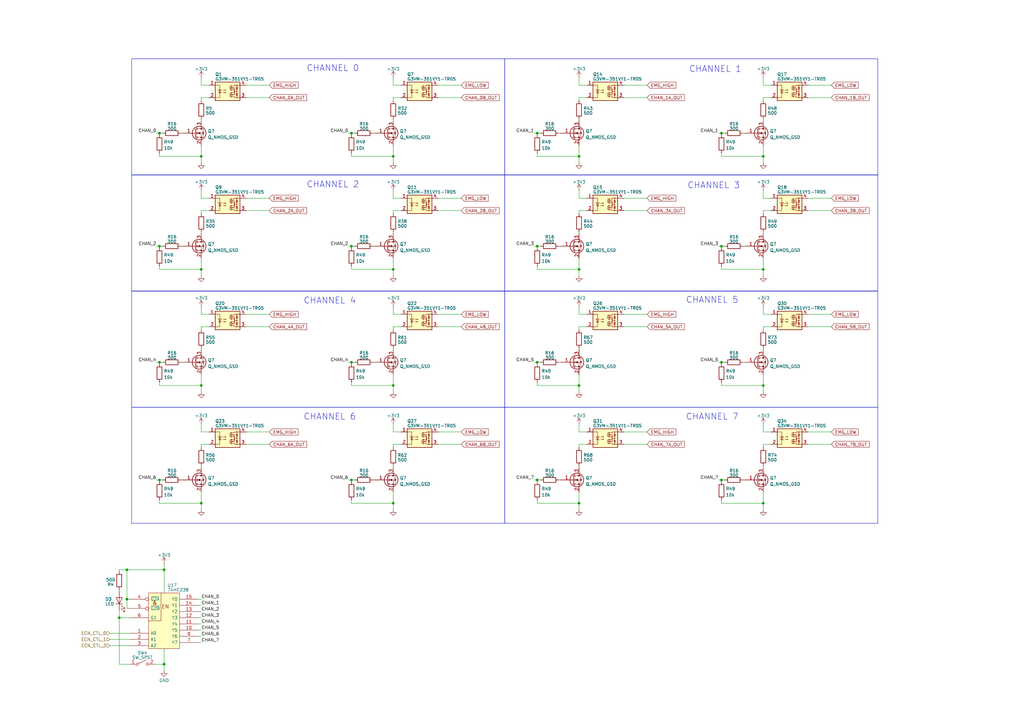
<source format=kicad_sch>
(kicad_sch (version 20230121) (generator eeschema)
  (paper "A3")
  (title_block (title "eOPRA Switch / Stimulation Controller") (date "2023-08-01") (rev "1.0") (company "Massachusetts Institute of Technology / MIT Media Lab"))
  (junction (at 52.07 233.68))
  (junction (at 67.31 272.415))
  (junction (at 82.55 64.135))
  (junction (at 237.49 206.375))
  (junction (at 65.405 100.965))
  (junction (at 144.145 100.965))
  (junction (at 295.91 148.59))
  (junction (at 65.405 54.61))
  (junction (at 237.49 64.135))
  (junction (at 144.145 196.85))
  (junction (at 161.29 158.115))
  (junction (at 52.07 245.745))
  (junction (at 144.145 148.59))
  (junction (at 82.55 110.49))
  (junction (at 237.49 110.49))
  (junction (at 220.345 54.61))
  (junction (at 65.405 196.85))
  (junction (at 220.345 196.85))
  (junction (at 313.055 206.375))
  (junction (at 313.055 110.49))
  (junction (at 220.345 148.59))
  (junction (at 65.405 148.59))
  (junction (at 48.895 253.365))
  (junction (at 220.345 100.965))
  (junction (at 295.91 54.61))
  (junction (at 161.29 64.135))
  (junction (at 82.55 206.375))
  (junction (at 313.055 64.135))
  (junction (at 82.55 158.115))
  (junction (at 237.49 158.115))
  (junction (at 67.31 233.68))
  (junction (at 295.91 196.85))
  (junction (at 313.055 158.115))
  (junction (at 144.145 54.61))
  (junction (at 161.29 206.375))
  (junction (at 295.91 100.965))
  (junction (at 161.29 110.49))
  (wire (pts (xy 74.295 196.85) (xy 74.93 196.85)))
  (wire (pts (xy 331.47 182.245) (xy 340.995 182.245)))
  (wire (pts (xy 81.28 250.825) (xy 82.55 250.825)))
  (wire (pts (xy 144.145 196.85) (xy 144.145 197.485)))
  (wire (pts (xy 237.49 201.93) (xy 237.49 206.375)))
  (wire (pts (xy 237.49 40.005) (xy 237.49 41.275)))
  (wire (pts (xy 48.895 233.68) (xy 52.07 233.68)))
  (wire (pts (xy 313.055 128.905) (xy 316.23 128.905)))
  (wire (pts (xy 65.405 54.61) (xy 65.405 55.245)))
  (wire (pts (xy 81.28 248.285) (xy 82.55 248.285)))
  (wire (pts (xy 153.035 54.61) (xy 153.67 54.61)))
  (wire (pts (xy 237.49 110.49) (xy 237.49 113.03)))
  (wire (pts (xy 313.055 206.375) (xy 313.055 208.915)))
  (wire (pts (xy 100.965 34.925) (xy 110.49 34.925)))
  (wire (pts (xy 313.055 125.73) (xy 313.055 128.905)))
  (wire (pts (xy 313.055 201.93) (xy 313.055 206.375)))
  (wire (pts (xy 161.29 191.135) (xy 161.29 191.77)))
  (wire (pts (xy 82.55 133.985) (xy 82.55 135.255)))
  (wire (pts (xy 82.55 95.25) (xy 82.55 95.885)))
  (wire (pts (xy 237.49 78.105) (xy 237.49 81.28)))
  (wire (pts (xy 65.405 100.965) (xy 66.675 100.965)))
  (wire (pts (xy 52.07 233.68) (xy 67.31 233.68)))
  (wire (pts (xy 220.345 196.85) (xy 220.345 197.485)))
  (wire (pts (xy 144.145 54.61) (xy 144.145 55.245)))
  (wire (pts (xy 82.55 86.36) (xy 82.55 87.63)))
  (wire (pts (xy 313.055 78.105) (xy 313.055 81.28)))
  (wire (pts (xy 82.55 40.005) (xy 82.55 41.275)))
  (wire (pts (xy 331.47 81.28) (xy 340.995 81.28)))
  (wire (pts (xy 229.235 196.85) (xy 229.87 196.85)))
  (wire (pts (xy 45.085 262.255) (xy 53.34 262.255)))
  (wire (pts (xy 67.31 266.065) (xy 67.31 272.415)))
  (wire (pts (xy 100.965 128.905) (xy 110.49 128.905)))
  (wire (pts (xy 81.28 258.445) (xy 82.55 258.445)))
  (wire (pts (xy 313.055 34.925) (xy 316.23 34.925)))
  (wire (pts (xy 219.075 54.61) (xy 220.345 54.61)))
  (wire (pts (xy 237.49 128.905) (xy 240.665 128.905)))
  (wire (pts (xy 100.965 40.005) (xy 110.49 40.005)))
  (wire (pts (xy 144.145 100.965) (xy 145.415 100.965)))
  (wire (pts (xy 161.29 133.985) (xy 164.465 133.985)))
  (wire (pts (xy 81.28 255.905) (xy 82.55 255.905)))
  (wire (pts (xy 144.145 158.115) (xy 161.29 158.115)))
  (wire (pts (xy 220.345 158.115) (xy 237.49 158.115)))
  (wire (pts (xy 313.055 64.135) (xy 313.055 66.675)))
  (wire (pts (xy 161.29 34.925) (xy 164.465 34.925)))
  (wire (pts (xy 82.55 110.49) (xy 82.55 113.03)))
  (wire (pts (xy 313.055 31.75) (xy 313.055 34.925)))
  (wire (pts (xy 65.405 62.865) (xy 65.405 64.135)))
  (wire (pts (xy 52.07 233.68) (xy 52.07 245.745)))
  (wire (pts (xy 161.29 142.875) (xy 161.29 143.51)))
  (wire (pts (xy 65.405 158.115) (xy 82.55 158.115)))
  (wire (pts (xy 161.29 81.28) (xy 164.465 81.28)))
  (wire (pts (xy 142.875 54.61) (xy 144.145 54.61)))
  (wire (pts (xy 237.49 182.245) (xy 240.665 182.245)))
  (wire (pts (xy 295.91 206.375) (xy 313.055 206.375)))
  (wire (pts (xy 255.905 133.985) (xy 265.43 133.985)))
  (wire (pts (xy 65.405 54.61) (xy 66.675 54.61)))
  (wire (pts (xy 64.135 100.965) (xy 65.405 100.965)))
  (wire (pts (xy 255.905 177.165) (xy 265.43 177.165)))
  (wire (pts (xy 65.405 64.135) (xy 82.55 64.135)))
  (wire (pts (xy 237.49 95.25) (xy 237.49 95.885)))
  (wire (pts (xy 81.28 245.745) (xy 82.55 245.745)))
  (wire (pts (xy 229.235 100.965) (xy 229.87 100.965)))
  (wire (pts (xy 82.55 125.73) (xy 82.55 128.905)))
  (wire (pts (xy 295.91 64.135) (xy 313.055 64.135)))
  (wire (pts (xy 65.405 206.375) (xy 82.55 206.375)))
  (wire (pts (xy 161.29 59.69) (xy 161.29 64.135)))
  (wire (pts (xy 229.235 148.59) (xy 229.87 148.59)))
  (wire (pts (xy 237.49 206.375) (xy 237.49 208.915)))
  (wire (pts (xy 144.145 64.135) (xy 161.29 64.135)))
  (wire (pts (xy 220.345 62.865) (xy 220.345 64.135)))
  (wire (pts (xy 144.145 205.105) (xy 144.145 206.375)))
  (wire (pts (xy 82.55 142.875) (xy 82.55 143.51)))
  (wire (pts (xy 237.49 48.895) (xy 237.49 49.53)))
  (wire (pts (xy 74.295 54.61) (xy 74.93 54.61)))
  (wire (pts (xy 161.29 86.36) (xy 161.29 87.63)))
  (wire (pts (xy 153.035 148.59) (xy 153.67 148.59)))
  (wire (pts (xy 313.055 177.165) (xy 316.23 177.165)))
  (wire (pts (xy 219.075 100.965) (xy 220.345 100.965)))
  (wire (pts (xy 161.29 86.36) (xy 164.465 86.36)))
  (wire (pts (xy 74.295 100.965) (xy 74.93 100.965)))
  (wire (pts (xy 82.55 64.135) (xy 82.55 66.675)))
  (wire (pts (xy 161.29 40.005) (xy 161.29 41.275)))
  (wire (pts (xy 82.55 86.36) (xy 85.725 86.36)))
  (wire (pts (xy 82.55 182.245) (xy 85.725 182.245)))
  (wire (pts (xy 220.345 156.845) (xy 220.345 158.115)))
  (wire (pts (xy 45.085 259.715) (xy 53.34 259.715)))
  (wire (pts (xy 142.875 148.59) (xy 144.145 148.59)))
  (wire (pts (xy 65.405 196.85) (xy 65.405 197.485)))
  (wire (pts (xy 313.055 191.135) (xy 313.055 191.77)))
  (wire (pts (xy 144.145 100.965) (xy 144.145 101.6)))
  (wire (pts (xy 161.29 182.245) (xy 161.29 183.515)))
  (wire (pts (xy 179.705 128.905) (xy 189.23 128.905)))
  (wire (pts (xy 220.345 205.105) (xy 220.345 206.375)))
  (wire (pts (xy 48.895 253.365) (xy 53.34 253.365)))
  (wire (pts (xy 179.705 86.36) (xy 189.23 86.36)))
  (wire (pts (xy 65.405 110.49) (xy 82.55 110.49)))
  (wire (pts (xy 144.145 196.85) (xy 145.415 196.85)))
  (wire (pts (xy 82.55 153.67) (xy 82.55 158.115)))
  (wire (pts (xy 100.965 133.985) (xy 110.49 133.985)))
  (wire (pts (xy 161.29 153.67) (xy 161.29 158.115)))
  (wire (pts (xy 237.49 34.925) (xy 240.665 34.925)))
  (wire (pts (xy 142.875 100.965) (xy 144.145 100.965)))
  (wire (pts (xy 237.49 81.28) (xy 240.665 81.28)))
  (wire (pts (xy 161.29 158.115) (xy 161.29 160.655)))
  (wire (pts (xy 304.8 148.59) (xy 305.435 148.59)))
  (wire (pts (xy 64.135 54.61) (xy 65.405 54.61)))
  (wire (pts (xy 237.49 153.67) (xy 237.49 158.115)))
  (wire (pts (xy 52.07 249.555) (xy 52.07 245.745)))
  (wire (pts (xy 294.64 54.61) (xy 295.91 54.61)))
  (wire (pts (xy 144.145 148.59) (xy 144.145 149.225)))
  (wire (pts (xy 144.145 206.375) (xy 161.29 206.375)))
  (wire (pts (xy 153.035 100.965) (xy 153.67 100.965)))
  (wire (pts (xy 295.91 158.115) (xy 313.055 158.115)))
  (wire (pts (xy 82.55 133.985) (xy 85.725 133.985)))
  (wire (pts (xy 179.705 133.985) (xy 189.23 133.985)))
  (wire (pts (xy 161.29 133.985) (xy 161.29 135.255)))
  (wire (pts (xy 45.085 264.795) (xy 53.34 264.795)))
  (wire (pts (xy 237.49 177.165) (xy 240.665 177.165)))
  (wire (pts (xy 219.075 148.59) (xy 220.345 148.59)))
  (wire (pts (xy 82.55 158.115) (xy 82.55 160.655)))
  (wire (pts (xy 179.705 177.165) (xy 189.23 177.165)))
  (wire (pts (xy 331.47 177.165) (xy 340.995 177.165)))
  (wire (pts (xy 179.705 34.925) (xy 189.23 34.925)))
  (wire (pts (xy 144.145 54.61) (xy 145.415 54.61)))
  (wire (pts (xy 237.49 59.69) (xy 237.49 64.135)))
  (wire (pts (xy 220.345 148.59) (xy 221.615 148.59)))
  (wire (pts (xy 161.29 128.905) (xy 164.465 128.905)))
  (wire (pts (xy 237.49 191.135) (xy 237.49 191.77)))
  (wire (pts (xy 65.405 196.85) (xy 66.675 196.85)))
  (wire (pts (xy 64.135 148.59) (xy 65.405 148.59)))
  (wire (pts (xy 52.07 249.555) (xy 53.34 249.555)))
  (wire (pts (xy 161.29 177.165) (xy 164.465 177.165)))
  (wire (pts (xy 255.905 86.36) (xy 265.43 86.36)))
  (wire (pts (xy 144.145 109.22) (xy 144.145 110.49)))
  (wire (pts (xy 82.55 81.28) (xy 85.725 81.28)))
  (wire (pts (xy 295.91 110.49) (xy 313.055 110.49)))
  (wire (pts (xy 313.055 133.985) (xy 316.23 133.985)))
  (wire (pts (xy 313.055 40.005) (xy 313.055 41.275)))
  (wire (pts (xy 295.91 156.845) (xy 295.91 158.115)))
  (wire (pts (xy 255.905 128.905) (xy 265.43 128.905)))
  (wire (pts (xy 100.965 177.165) (xy 110.49 177.165)))
  (wire (pts (xy 64.135 196.85) (xy 65.405 196.85)))
  (wire (pts (xy 237.49 142.875) (xy 237.49 143.51)))
  (wire (pts (xy 82.55 182.245) (xy 82.55 183.515)))
  (wire (pts (xy 237.49 133.985) (xy 240.665 133.985)))
  (wire (pts (xy 304.8 54.61) (xy 305.435 54.61)))
  (wire (pts (xy 65.405 156.845) (xy 65.405 158.115)))
  (wire (pts (xy 255.905 34.925) (xy 265.43 34.925)))
  (wire (pts (xy 82.55 31.75) (xy 82.55 34.925)))
  (wire (pts (xy 82.55 206.375) (xy 82.55 208.915)))
  (wire (pts (xy 237.49 31.75) (xy 237.49 34.925)))
  (wire (pts (xy 237.49 173.99) (xy 237.49 177.165)))
  (wire (pts (xy 144.145 62.865) (xy 144.145 64.135)))
  (wire (pts (xy 313.055 182.245) (xy 316.23 182.245)))
  (wire (pts (xy 313.055 40.005) (xy 316.23 40.005)))
  (wire (pts (xy 313.055 133.985) (xy 313.055 135.255)))
  (wire (pts (xy 161.29 78.105) (xy 161.29 81.28)))
  (wire (pts (xy 82.55 201.93) (xy 82.55 206.375)))
  (wire (pts (xy 313.055 182.245) (xy 313.055 183.515)))
  (wire (pts (xy 161.29 64.135) (xy 161.29 66.675)))
  (wire (pts (xy 161.29 182.245) (xy 164.465 182.245)))
  (wire (pts (xy 144.145 110.49) (xy 161.29 110.49)))
  (wire (pts (xy 82.55 59.69) (xy 82.55 64.135)))
  (wire (pts (xy 82.55 173.99) (xy 82.55 177.165)))
  (wire (pts (xy 295.91 148.59) (xy 295.91 149.225)))
  (wire (pts (xy 142.875 196.85) (xy 144.145 196.85)))
  (wire (pts (xy 63.5 272.415) (xy 67.31 272.415)))
  (wire (pts (xy 220.345 100.965) (xy 220.345 101.6)))
  (wire (pts (xy 313.055 142.875) (xy 313.055 143.51)))
  (wire (pts (xy 67.31 233.68) (xy 67.31 243.205)))
  (wire (pts (xy 144.145 148.59) (xy 145.415 148.59)))
  (wire (pts (xy 100.965 86.36) (xy 110.49 86.36)))
  (wire (pts (xy 255.905 40.005) (xy 265.43 40.005)))
  (wire (pts (xy 161.29 106.045) (xy 161.29 110.49)))
  (wire (pts (xy 304.8 196.85) (xy 305.435 196.85)))
  (wire (pts (xy 304.8 100.965) (xy 305.435 100.965)))
  (wire (pts (xy 220.345 109.22) (xy 220.345 110.49)))
  (wire (pts (xy 65.405 205.105) (xy 65.405 206.375)))
  (wire (pts (xy 48.895 272.415) (xy 53.34 272.415)))
  (wire (pts (xy 144.145 156.845) (xy 144.145 158.115)))
  (wire (pts (xy 48.895 233.68) (xy 48.895 234.315)))
  (wire (pts (xy 237.49 158.115) (xy 237.49 160.655)))
  (wire (pts (xy 82.55 128.905) (xy 85.725 128.905)))
  (wire (pts (xy 179.705 81.28) (xy 189.23 81.28)))
  (wire (pts (xy 67.31 272.415) (xy 67.31 274.955)))
  (wire (pts (xy 161.29 201.93) (xy 161.29 206.375)))
  (wire (pts (xy 313.055 173.99) (xy 313.055 177.165)))
  (wire (pts (xy 48.895 241.935) (xy 48.895 242.57)))
  (wire (pts (xy 82.55 78.105) (xy 82.55 81.28)))
  (wire (pts (xy 161.29 31.75) (xy 161.29 34.925)))
  (wire (pts (xy 237.49 133.985) (xy 237.49 135.255)))
  (wire (pts (xy 220.345 54.61) (xy 221.615 54.61)))
  (wire (pts (xy 313.055 158.115) (xy 313.055 160.655)))
  (wire (pts (xy 81.28 260.985) (xy 82.55 260.985)))
  (wire (pts (xy 179.705 40.005) (xy 189.23 40.005)))
  (wire (pts (xy 161.29 48.895) (xy 161.29 49.53)))
  (wire (pts (xy 52.07 245.745) (xy 53.34 245.745)))
  (wire (pts (xy 331.47 86.36) (xy 340.995 86.36)))
  (wire (pts (xy 295.91 196.85) (xy 297.18 196.85)))
  (wire (pts (xy 220.345 110.49) (xy 237.49 110.49)))
  (wire (pts (xy 313.055 95.25) (xy 313.055 95.885)))
  (wire (pts (xy 295.91 54.61) (xy 295.91 55.245)))
  (wire (pts (xy 313.055 59.69) (xy 313.055 64.135)))
  (wire (pts (xy 179.705 182.245) (xy 189.23 182.245)))
  (wire (pts (xy 313.055 81.28) (xy 316.23 81.28)))
  (wire (pts (xy 82.55 177.165) (xy 85.725 177.165)))
  (wire (pts (xy 313.055 106.045) (xy 313.055 110.49)))
  (wire (pts (xy 237.49 64.135) (xy 237.49 66.675)))
  (wire (pts (xy 220.345 148.59) (xy 220.345 149.225)))
  (wire (pts (xy 161.29 206.375) (xy 161.29 208.915)))
  (wire (pts (xy 220.345 196.85) (xy 221.615 196.85)))
  (wire (pts (xy 295.91 109.22) (xy 295.91 110.49)))
  (wire (pts (xy 82.55 106.045) (xy 82.55 110.49)))
  (wire (pts (xy 67.31 231.14) (xy 67.31 233.68)))
  (wire (pts (xy 161.29 40.005) (xy 164.465 40.005)))
  (wire (pts (xy 295.91 196.85) (xy 295.91 197.485)))
  (wire (pts (xy 82.55 40.005) (xy 85.725 40.005)))
  (wire (pts (xy 81.28 263.525) (xy 82.55 263.525)))
  (wire (pts (xy 313.055 153.67) (xy 313.055 158.115)))
  (wire (pts (xy 295.91 100.965) (xy 295.91 101.6)))
  (wire (pts (xy 237.49 40.005) (xy 240.665 40.005)))
  (wire (pts (xy 294.64 100.965) (xy 295.91 100.965)))
  (wire (pts (xy 65.405 148.59) (xy 66.675 148.59)))
  (wire (pts (xy 237.49 125.73) (xy 237.49 128.905)))
  (wire (pts (xy 161.29 125.73) (xy 161.29 128.905)))
  (wire (pts (xy 237.49 106.045) (xy 237.49 110.49)))
  (wire (pts (xy 295.91 205.105) (xy 295.91 206.375)))
  (wire (pts (xy 100.965 81.28) (xy 110.49 81.28)))
  (wire (pts (xy 255.905 182.245) (xy 265.43 182.245)))
  (wire (pts (xy 219.075 196.85) (xy 220.345 196.85)))
  (wire (pts (xy 161.29 95.25) (xy 161.29 95.885)))
  (wire (pts (xy 331.47 34.925) (xy 340.995 34.925)))
  (wire (pts (xy 48.895 253.365) (xy 48.895 272.415)))
  (wire (pts (xy 237.49 86.36) (xy 240.665 86.36)))
  (wire (pts (xy 65.405 100.965) (xy 65.405 101.6)))
  (wire (pts (xy 65.405 109.22) (xy 65.405 110.49)))
  (wire (pts (xy 331.47 40.005) (xy 340.995 40.005)))
  (wire (pts (xy 294.64 148.59) (xy 295.91 148.59)))
  (wire (pts (xy 48.895 250.19) (xy 48.895 253.365)))
  (wire (pts (xy 82.55 34.925) (xy 85.725 34.925)))
  (wire (pts (xy 65.405 148.59) (xy 65.405 149.225)))
  (wire (pts (xy 313.055 48.895) (xy 313.055 49.53)))
  (wire (pts (xy 161.29 173.99) (xy 161.29 177.165)))
  (wire (pts (xy 153.035 196.85) (xy 153.67 196.85)))
  (wire (pts (xy 161.29 110.49) (xy 161.29 113.03)))
  (wire (pts (xy 313.055 86.36) (xy 313.055 87.63)))
  (wire (pts (xy 331.47 133.985) (xy 340.995 133.985)))
  (wire (pts (xy 313.055 86.36) (xy 316.23 86.36)))
  (wire (pts (xy 313.055 110.49) (xy 313.055 113.03)))
  (wire (pts (xy 220.345 100.965) (xy 221.615 100.965)))
  (wire (pts (xy 294.64 196.85) (xy 295.91 196.85)))
  (wire (pts (xy 220.345 64.135) (xy 237.49 64.135)))
  (wire (pts (xy 237.49 182.245) (xy 237.49 183.515)))
  (wire (pts (xy 74.295 148.59) (xy 74.93 148.59)))
  (wire (pts (xy 295.91 62.865) (xy 295.91 64.135)))
  (wire (pts (xy 295.91 100.965) (xy 297.18 100.965)))
  (wire (pts (xy 295.91 54.61) (xy 297.18 54.61)))
  (wire (pts (xy 81.28 253.365) (xy 82.55 253.365)))
  (wire (pts (xy 237.49 86.36) (xy 237.49 87.63)))
  (wire (pts (xy 255.905 81.28) (xy 265.43 81.28)))
  (wire (pts (xy 331.47 128.905) (xy 340.995 128.905)))
  (wire (pts (xy 220.345 206.375) (xy 237.49 206.375)))
  (wire (pts (xy 100.965 182.245) (xy 110.49 182.245)))
  (wire (pts (xy 295.91 148.59) (xy 297.18 148.59)))
  (wire (pts (xy 82.55 191.135) (xy 82.55 191.77)))
  (wire (pts (xy 220.345 54.61) (xy 220.345 55.245)))
  (wire (pts (xy 229.235 54.61) (xy 229.87 54.61)))
  (wire (pts (xy 82.55 48.895) (xy 82.55 49.53)))
  (rectangle (start 53.975 119.38) (end 207.01 167.005))
  (rectangle (start 53.975 24.13) (end 207.01 71.755))
  (rectangle (start 207.01 167.005) (end 360.045 214.63))
  (rectangle (start 207.01 71.755) (end 360.045 119.38))
  (rectangle (start 53.975 71.755) (end 207.01 119.38))
  (rectangle (start 53.975 167.005) (end 207.01 214.63))
  (rectangle (start 207.01 24.13) (end 360.045 71.755))
  (rectangle (start 207.01 119.38) (end 360.045 167.005))
  (text "CHANNEL 7\n\n\n\n" (at 281.305 184.785 0) (effects (font (size 2.54 2.54)) (justify left bottom)))
  (text "CHANNEL 5\n\n\n\n\n" (at 281.305 140.97 0) (effects (font (size 2.54 2.54)) (justify left bottom)))
  (text "CHANNEL 1\n\n\n" (at 282.575 38.1 0) (effects (font (size 2.54 2.54)) (justify left bottom)))
  (text "CHANNEL 0\n\n" (at 125.73 33.655 0) (effects (font (size 2.54 2.54)) (justify left bottom)))
  (text "CHANNEL 4\n\n\n\n" (at 124.46 137.16 0) (effects (font (size 2.54 2.54)) (justify left bottom)))
  (text "CHANNEL 3\n\n\n\n\n" (at 281.94 93.98 0) (effects (font (size 2.54 2.54)) (justify left bottom)))
  (text "CHANNEL 6\n\n\n\n" (at 124.46 184.785 0) (effects (font (size 2.54 2.54)) (justify left bottom)))
  (text "CHANNEL 2\n\n\n\n" (at 125.73 89.535 0) (effects (font (size 2.54 2.54)) (justify left bottom)))
  (label "CHAN_3" (at 294.64 100.965 180))
  (label "CHAN_2" (at 82.55 250.825 0))
  (label "CHAN_6" (at 82.55 260.985 0))
  (label "CHAN_3" (at 219.075 100.965 180))
  (label "CHAN_6" (at 142.875 196.85 180))
  (label "CHAN_7" (at 219.075 196.85 180))
  (label "CHAN_7" (at 294.64 196.85 180))
  (label "CHAN_0" (at 64.135 54.61 180))
  (label "CHAN_5" (at 219.075 148.59 180))
  (label "CHAN_5" (at 294.64 148.59 180))
  (label "CHAN_3" (at 82.55 253.365 0))
  (label "CHAN_4" (at 142.875 148.59 180))
  (label "CHAN_0" (at 82.55 245.745 0))
  (label "CHAN_4" (at 82.55 255.905 0))
  (label "CHAN_5" (at 82.55 258.445 0))
  (label "CHAN_6" (at 64.135 196.85 180))
  (label "CHAN_7" (at 82.55 263.525 0))
  (label "CHAN_1" (at 82.55 248.285 0))
  (label "CHAN_2" (at 64.135 100.965 180))
  (label "CHAN_1" (at 219.075 54.61 180))
  (label "CHAN_2" (at 142.875 100.965 180))
  (label "CHAN_1" (at 294.64 54.61 180))
  (label "CHAN_0" (at 142.875 54.61 180))
  (label "CHAN_4" (at 64.135 148.59 180))
  (global_label "EMG_LOW" (shape input) (at 340.995 128.905 0) (property "Intersheetrefs" "${INTERSHEET_REFS}" (effects hide)))
  (global_label "EMG_LOW" (shape input) (at 189.23 177.165 0) (property "Intersheetrefs" "${INTERSHEET_REFS}" (effects hide)))
  (global_label "CHAN_5B_OUT" (shape input) (at 340.995 133.985 0) (property "Intersheetrefs" "${INTERSHEET_REFS}" (effects hide)))
  (global_label "EMG_LOW" (shape input) (at 189.23 81.28 0) (property "Intersheetrefs" "${INTERSHEET_REFS}" (effects hide)))
  (global_label "EMG_LOW" (shape input) (at 340.995 34.925 0) (property "Intersheetrefs" "${INTERSHEET_REFS}" (effects hide)))
  (global_label "EMG_HIGH" (shape input) (at 110.49 128.905 0) (property "Intersheetrefs" "${INTERSHEET_REFS}" (effects hide)))
  (global_label "EMG_HIGH" (shape input) (at 265.43 34.925 0) (property "Intersheetrefs" "${INTERSHEET_REFS}" (effects hide)))
  (global_label "CHAN_3B_OUT" (shape input) (at 340.995 86.36 0) (property "Intersheetrefs" "${INTERSHEET_REFS}" (effects hide)))
  (global_label "CHAN_1B_OUT" (shape input) (at 340.995 40.005 0) (property "Intersheetrefs" "${INTERSHEET_REFS}" (effects hide)))
  (global_label "EMG_LOW" (shape input) (at 340.995 81.28 0) (property "Intersheetrefs" "${INTERSHEET_REFS}" (effects hide)))
  (global_label "CHAN_7B_OUT" (shape input) (at 340.995 182.245 0) (property "Intersheetrefs" "${INTERSHEET_REFS}" (effects hide)))
  (global_label "CHAN_0A_OUT" (shape input) (at 110.49 40.005 0) (property "Intersheetrefs" "${INTERSHEET_REFS}" (effects hide)))
  (global_label "CHAN_0B_OUT" (shape input) (at 189.23 40.005 0) (property "Intersheetrefs" "${INTERSHEET_REFS}" (effects hide)))
  (global_label "CHAN_6B_OUT" (shape input) (at 189.23 182.245 0) (property "Intersheetrefs" "${INTERSHEET_REFS}" (effects hide)))
  (global_label "CHAN_3A_OUT" (shape input) (at 265.43 86.36 0) (property "Intersheetrefs" "${INTERSHEET_REFS}" (effects hide)))
  (global_label "CHAN_5A_OUT" (shape input) (at 265.43 133.985 0) (property "Intersheetrefs" "${INTERSHEET_REFS}" (effects hide)))
  (global_label "EMG_LOW" (shape input) (at 189.23 128.905 0) (property "Intersheetrefs" "${INTERSHEET_REFS}" (effects hide)))
  (global_label "EMG_HIGH" (shape input) (at 110.49 34.925 0) (property "Intersheetrefs" "${INTERSHEET_REFS}" (effects hide)))
  (global_label "EMG_HIGH" (shape input) (at 265.43 81.28 0) (property "Intersheetrefs" "${INTERSHEET_REFS}" (effects hide)))
  (global_label "CHAN_2A_OUT" (shape input) (at 110.49 86.36 0) (property "Intersheetrefs" "${INTERSHEET_REFS}" (effects hide)))
  (global_label "EMG_HIGH" (shape input) (at 110.49 81.28 0) (property "Intersheetrefs" "${INTERSHEET_REFS}" (effects hide)))
  (global_label "EMG_HIGH" (shape input) (at 110.49 177.165 0) (property "Intersheetrefs" "${INTERSHEET_REFS}" (effects hide)))
  (global_label "CHAN_4A_OUT" (shape input) (at 110.49 133.985 0) (property "Intersheetrefs" "${INTERSHEET_REFS}" (effects hide)))
  (global_label "EMG_LOW" (shape input) (at 340.995 177.165 0) (property "Intersheetrefs" "${INTERSHEET_REFS}" (effects hide)))
  (global_label "CHAN_2B_OUT" (shape input) (at 189.23 86.36 0) (property "Intersheetrefs" "${INTERSHEET_REFS}" (effects hide)))
  (global_label "CHAN_6A_OUT" (shape input) (at 110.49 182.245 0) (property "Intersheetrefs" "${INTERSHEET_REFS}" (effects hide)))
  (global_label "CHAN_4B_OUT" (shape input) (at 189.23 133.985 0) (property "Intersheetrefs" "${INTERSHEET_REFS}" (effects hide)))
  (global_label "EMG_HIGH" (shape input) (at 265.43 128.905 0) (property "Intersheetrefs" "${INTERSHEET_REFS}" (effects hide)))
  (global_label "EMG_LOW" (shape input) (at 189.23 34.925 0) (property "Intersheetrefs" "${INTERSHEET_REFS}" (effects hide)))
  (global_label "EMG_HIGH" (shape input) (at 265.43 177.165 0) (property "Intersheetrefs" "${INTERSHEET_REFS}" (effects hide)))
  (global_label "CHAN_1A_OUT" (shape input) (at 265.43 40.005 0) (property "Intersheetrefs" "${INTERSHEET_REFS}" (effects hide)))
  (global_label "CHAN_7A_OUT" (shape input) (at 265.43 182.245 0) (property "Intersheetrefs" "${INTERSHEET_REFS}" (effects hide)))
  (hierarchical_label "ECN_CTL_2" (shape input) (at 45.085 264.795 180))
  (hierarchical_label "ECN_CTL_0" (shape input) (at 45.085 259.715 180))
  (hierarchical_label "ECN_CTL_1" (shape input) (at 45.085 262.255 180))
  (symbol (lib_id "1.semi.discrete:Q_MOS_SS_Relay") (at 93.345 127.635 0) (unit 1)
    (property "Reference" "Q20" (at 88.265 124.444 0) (effects (justify left)))
    (property "Value" "G3VM-351VY1-TR05" (at 88.265 126.365 0) (effects (justify left)))
    (property "Footprint" "project_footprints:G3VM-351VY1-TR05" (effects hide))
  )
  (symbol (lib_id "0.power-symbols:+3.3V") (at 161.29 78.105 0) (unit 1)
    (property "Reference" "#PWR066" (effects hide))
    (property "Value" "+3.3V" (at 161.29 74.6031 0))
  )
  (symbol (lib_id "2.passive:R") (at 65.405 105.41 180) (unit 1)
    (property "Reference" "R49" (at 67.183 104.5753 0) (effects (justify right)))
    (property "Value" "10k" (at 67.183 107.1122 0) (effects (justify right)))
    (property "Footprint" "2_Passives_Resistors_SMD_IPC:R_1608_603_B" (effects hide))
    (instances (project "1.0" (path "" (reference "R49") (unit 1))) (project "eOPRA_interface" (path "" (reference "R6") (unit 1)) (path "" (reference "R33") (unit 1))))
  )
  (symbol (lib_id "2.passive:R") (at 149.225 148.59 270) (unit 1)
    (property "Reference" "R16" (at 147.32 144.78 90) (effects (justify left)))
    (property "Value" "300" (at 147.32 146.685 90) (effects (justify left)))
    (property "Footprint" "2_Passives_Resistors_SMD_IPC:R_1608_603_B" (effects hide))
    (instances (project "1.0" (path "" (reference "R16") (unit 1)) (path "" (reference "R25") (unit 1)) (path "" (reference "R63") (unit 1))) (project "eOPRA_interface" (path "" (reference "R7") (unit 1)) (path "" (reference "R59") (unit 1))))
  )
  (symbol (lib_id "0.power-symbols:+3.3V") (at 237.49 78.105 0) (unit 1)
    (property "Reference" "#PWR070" (effects hide))
    (property "Value" "+3.3V" (at 237.49 74.6031 0))
  )
  (symbol (lib_id "2.passive:R") (at 295.91 59.055 180) (unit 1)
    (property "Reference" "R49" (at 297.688 58.2203 0) (effects (justify right)))
    (property "Value" "10k" (at 297.688 60.7572 0) (effects (justify right)))
    (property "Footprint" "2_Passives_Resistors_SMD_IPC:R_1608_603_B" (effects hide))
    (instances (project "1.0" (path "" (reference "R49") (unit 1))) (project "eOPRA_interface" (path "" (reference "R6") (unit 1)) (path "" (reference "R19") (unit 1))))
  )
  (symbol (lib_id "2.passive:R") (at 313.055 91.44 180) (unit 1)
    (property "Reference" "R49" (at 314.833 90.7963 0) (effects (justify right)))
    (property "Value" "500" (at 314.833 92.7173 0) (effects (justify right)))
    (property "Footprint" "2_Passives_Resistors_SMD_IPC:R_1608_603_B" (effects hide))
  )
  (symbol (lib_id "2.passive:R") (at 82.55 45.085 180) (unit 1)
    (property "Reference" "R5" (at 84.328 44.4413 0) (effects (justify right)))
    (property "Value" "500" (at 84.328 46.3623 0) (effects (justify right)))
    (property "Footprint" "2_Passives_Resistors_SMD_IPC:R_1608_603_B" (effects hide))
  )
  (symbol (lib_id "1.semi.opto:LED") (at 48.895 246.38 90) (unit 1)
    (property "Reference" "D3" (at 43.18 245.745 90) (effects (justify right)))
    (property "Value" "LED" (at 43.18 247.666 90) (effects (justify right)))
    (property "Footprint" "1_Semi_Discrete_Diodes_SMD:D_0603" (effects hide))
    (instances (project "eOPRA_interface" (path "" (reference "D3") (unit 1)) (path "" (reference "D10") (unit 1))))
  )
  (symbol (lib_id "1.semi.discrete:Q_NMOS_GSD") (at 310.515 148.59 0) (unit 1)
    (property "Reference" "Q7" (at 315.7474 147.7553 0) (effects (justify left)))
    (property "Value" "Q_NMOS_GSD" (at 315.7474 150.2922 0) (effects (justify left)))
    (property "Footprint" "1_Semi_TO_SOT:SOT-323FL" (effects hide))
    (instances (project "1.0" (path "" (reference "Q7") (unit 1))) (project "eOPRA_interface" (path "" (reference "Q32") (unit 1))))
  )
  (symbol (lib_id "1.semi.discrete:Q_MOS_SS_Relay") (at 248.285 175.895 0) (unit 1)
    (property "Reference" "Q31" (at 243.205 172.704 0) (effects (justify left)))
    (property "Value" "G3VM-351VY1-TR05" (at 243.205 174.625 0) (effects (justify left)))
    (property "Footprint" "project_footprints:G3VM-351VY1-TR05" (effects hide))
  )
  (symbol (lib_id "0.power-symbols:GND") (at 82.55 66.675 0) (unit 1)
    (property "Reference" "#PWR012" (effects hide))
    (property "Value" "GND" (effects hide))
  )
  (symbol (lib_id "1.semi.discrete:Q_NMOS_GSD") (at 310.515 54.61 0) (unit 1)
    (property "Reference" "Q7" (at 315.7474 53.7753 0) (effects (justify left)))
    (property "Value" "Q_NMOS_GSD" (at 315.7474 56.3122 0) (effects (justify left)))
    (property "Footprint" "1_Semi_TO_SOT:SOT-323FL" (effects hide))
    (instances (project "1.0" (path "" (reference "Q7") (unit 1))) (project "eOPRA_interface" (path "" (reference "Q4") (unit 1))))
  )
  (symbol (lib_id "1.semi.discrete:Q_MOS_SS_Relay") (at 323.85 175.895 0) (unit 1)
    (property "Reference" "Q34" (at 318.77 172.704 0) (effects (justify left)))
    (property "Value" "G3VM-351VY1-TR05" (at 318.77 174.625 0) (effects (justify left)))
    (property "Footprint" "project_footprints:G3VM-351VY1-TR05" (effects hide))
  )
  (symbol (lib_id "2.passive:R") (at 149.225 100.965 270) (unit 1)
    (property "Reference" "R16" (at 147.32 97.155 90) (effects (justify left)))
    (property "Value" "300" (at 147.32 99.06 90) (effects (justify left)))
    (property "Footprint" "2_Passives_Resistors_SMD_IPC:R_1608_603_B" (effects hide))
    (instances (project "1.0" (path "" (reference "R16") (unit 1)) (path "" (reference "R25") (unit 1)) (path "" (reference "R63") (unit 1))) (project "eOPRA_interface" (path "" (reference "R7") (unit 1)) (path "" (reference "R37") (unit 1))))
  )
  (symbol (lib_id "0.power-symbols:+3.3V") (at 161.29 31.75 0) (unit 1)
    (property "Reference" "#PWR062" (effects hide))
    (property "Value" "+3.3V" (at 161.29 28.2481 0))
  )
  (symbol (lib_id "2.passive:R") (at 144.145 201.295 180) (unit 1)
    (property "Reference" "R49" (at 145.923 200.4603 0) (effects (justify right)))
    (property "Value" "10k" (at 145.923 202.9972 0) (effects (justify right)))
    (property "Footprint" "2_Passives_Resistors_SMD_IPC:R_1608_603_B" (effects hide))
    (instances (project "1.0" (path "" (reference "R49") (unit 1))) (project "eOPRA_interface" (path "" (reference "R6") (unit 1)) (path "" (reference "R58") (unit 1))))
  )
  (symbol (lib_id "2.passive:R") (at 225.425 54.61 270) (unit 1)
    (property "Reference" "R16" (at 223.52 50.8 90) (effects (justify left)))
    (property "Value" "300" (at 223.52 52.705 90) (effects (justify left)))
    (property "Footprint" "2_Passives_Resistors_SMD_IPC:R_1608_603_B" (effects hide))
    (instances (project "1.0" (path "" (reference "R16") (unit 1)) (path "" (reference "R25") (unit 1)) (path "" (reference "R63") (unit 1))) (project "eOPRA_interface" (path "" (reference "R7") (unit 1)) (path "" (reference "R41") (unit 1))))
  )
  (symbol (lib_id "1.semi.discrete:Q_NMOS_GSD") (at 234.95 100.965 0) (unit 1)
    (property "Reference" "Q7" (at 240.1824 100.1303 0) (effects (justify left)))
    (property "Value" "Q_NMOS_GSD" (at 240.1824 102.6672 0) (effects (justify left)))
    (property "Footprint" "1_Semi_TO_SOT:SOT-323FL" (effects hide))
    (instances (project "1.0" (path "" (reference "Q7") (unit 1))) (project "eOPRA_interface" (path "" (reference "Q13") (unit 1))))
  )
  (symbol (lib_id "0.power-symbols:GND") (at 161.29 113.03 0) (unit 1)
    (property "Reference" "#PWR067" (effects hide))
    (property "Value" "GND" (effects hide))
  )
  (symbol (lib_id "0.power-symbols:GND") (at 237.49 160.655 0) (unit 1)
    (property "Reference" "#PWR086" (effects hide))
    (property "Value" "GND" (effects hide))
  )
  (symbol (lib_id "3.electromechanical.switch:SW_SPST") (at 58.42 272.415 0) (unit 1)
    (property "Reference" "SW4" (at 58.42 267.7541 0))
    (property "Value" "SW_SPST" (at 58.42 269.6751 0))
    (property "Footprint" "project_footprints:AS11AH" (effects hide))
  )
  (symbol (lib_id "1.semi.ic.logic.74xx_IEEE:74HC238") (at 67.31 250.825 0) (unit 1)
    (property "Reference" "U17" (at 68.58 240.03 0) (effects (justify left)))
    (property "Value" "74HC238" (at 68.58 241.935 0) (effects (justify left)))
    (property "Footprint" "project_footprints:QFN50P250X350X100-17N" (effects hide))
  )
  (symbol (lib_id "2.passive:R") (at 70.485 148.59 270) (unit 1)
    (property "Reference" "R16" (at 68.58 144.78 90) (effects (justify left)))
    (property "Value" "300" (at 68.58 146.685 90) (effects (justify left)))
    (property "Footprint" "2_Passives_Resistors_SMD_IPC:R_1608_603_B" (effects hide))
    (instances (project "1.0" (path "" (reference "R16") (unit 1)) (path "" (reference "R25") (unit 1)) (path "" (reference "R63") (unit 1))) (project "eOPRA_interface" (path "" (reference "R7") (unit 1)) (path "" (reference "R53") (unit 1))))
  )
  (symbol (lib_id "0.power-symbols:GND") (at 82.55 113.03 0) (unit 1)
    (property "Reference" "#PWR065" (effects hide))
    (property "Value" "GND" (effects hide))
  )
  (symbol (lib_id "2.passive:R") (at 144.145 59.055 180) (unit 1)
    (property "Reference" "R49" (at 145.923 58.2203 0) (effects (justify right)))
    (property "Value" "10k" (at 145.923 60.7572 0) (effects (justify right)))
    (property "Footprint" "2_Passives_Resistors_SMD_IPC:R_1608_603_B" (effects hide))
    (instances (project "1.0" (path "" (reference "R49") (unit 1))) (project "eOPRA_interface" (path "" (reference "R6") (unit 1)) (path "" (reference "R30") (unit 1))))
  )
  (symbol (lib_id "0.power-symbols:+3.3V") (at 313.055 31.75 0) (unit 1)
    (property "Reference" "#PWR072" (effects hide))
    (property "Value" "+3.3V" (at 313.055 28.2481 0))
  )
  (symbol (lib_id "1.semi.discrete:Q_MOS_SS_Relay") (at 172.085 33.655 0) (unit 1)
    (property "Reference" "Q7" (at 167.005 30.464 0) (effects (justify left)))
    (property "Value" "G3VM-351VY1-TR05" (at 167.005 32.385 0) (effects (justify left)))
    (property "Footprint" "project_footprints:G3VM-351VY1-TR05" (effects hide))
  )
  (symbol (lib_id "1.semi.discrete:Q_MOS_SS_Relay") (at 172.085 127.635 0) (unit 1)
    (property "Reference" "Q22" (at 167.005 124.444 0) (effects (justify left)))
    (property "Value" "G3VM-351VY1-TR05" (at 167.005 126.365 0) (effects (justify left)))
    (property "Footprint" "project_footprints:G3VM-351VY1-TR05" (effects hide))
  )
  (symbol (lib_id "2.passive:R") (at 48.895 238.125 0) (unit 1)
    (property "Reference" "R4" (at 45.3705 239.7125 0))
    (property "Value" "500" (at 45.3705 237.7915 0))
    (property "Footprint" "2_Passives_Resistors_SMD_IPC:R_1608_603_B" (effects hide))
    (instances (project "eOPRA_interface" (path "" (reference "R4") (unit 1)) (path "" (reference "R18") (unit 1)) (path "" (reference "R29") (unit 1))))
  )
  (symbol (lib_id "1.semi.discrete:Q_NMOS_GSD") (at 80.01 196.85 0) (unit 1)
    (property "Reference" "Q7" (at 85.2424 196.0153 0) (effects (justify left)))
    (property "Value" "Q_NMOS_GSD" (at 85.2424 198.5522 0) (effects (justify left)))
    (property "Footprint" "1_Semi_TO_SOT:SOT-323FL" (effects hide))
    (instances (project "1.0" (path "" (reference "Q7") (unit 1))) (project "eOPRA_interface" (path "" (reference "Q21") (unit 1))))
  )
  (symbol (lib_id "1.semi.discrete:Q_NMOS_GSD") (at 234.95 196.85 0) (unit 1)
    (property "Reference" "Q7" (at 240.1824 196.0153 0) (effects (justify left)))
    (property "Value" "Q_NMOS_GSD" (at 240.1824 198.5522 0) (effects (justify left)))
    (property "Footprint" "1_Semi_TO_SOT:SOT-323FL" (effects hide))
    (instances (project "1.0" (path "" (reference "Q7") (unit 1))) (project "eOPRA_interface" (path "" (reference "Q29") (unit 1))))
  )
  (symbol (lib_id "1.semi.discrete:Q_MOS_SS_Relay") (at 323.85 33.655 0) (unit 1)
    (property "Reference" "Q17" (at 318.77 30.464 0) (effects (justify left)))
    (property "Value" "G3VM-351VY1-TR05" (at 318.77 32.385 0) (effects (justify left)))
    (property "Footprint" "project_footprints:G3VM-351VY1-TR05" (effects hide))
  )
  (symbol (lib_id "1.semi.discrete:Q_NMOS_GSD") (at 310.515 100.965 0) (unit 1)
    (property "Reference" "Q7" (at 315.7474 100.1303 0) (effects (justify left)))
    (property "Value" "Q_NMOS_GSD" (at 315.7474 102.6672 0) (effects (justify left)))
    (property "Footprint" "1_Semi_TO_SOT:SOT-323FL" (effects hide))
    (instances (project "1.0" (path "" (reference "Q7") (unit 1))) (project "eOPRA_interface" (path "" (reference "Q16") (unit 1))))
  )
  (symbol (lib_id "1.semi.discrete:Q_NMOS_GSD") (at 234.95 54.61 0) (unit 1)
    (property "Reference" "Q7" (at 240.1824 53.7753 0) (effects (justify left)))
    (property "Value" "Q_NMOS_GSD" (at 240.1824 56.3122 0) (effects (justify left)))
    (property "Footprint" "1_Semi_TO_SOT:SOT-323FL" (effects hide))
    (instances (project "1.0" (path "" (reference "Q7") (unit 1))) (project "eOPRA_interface" (path "" (reference "Q12") (unit 1))))
  )
  (symbol (lib_id "2.passive:R") (at 225.425 196.85 270) (unit 1)
    (property "Reference" "R16" (at 223.52 193.04 90) (effects (justify left)))
    (property "Value" "300" (at 223.52 194.945 90) (effects (justify left)))
    (property "Footprint" "2_Passives_Resistors_SMD_IPC:R_1608_603_B" (effects hide))
    (instances (project "1.0" (path "" (reference "R16") (unit 1)) (path "" (reference "R25") (unit 1)) (path "" (reference "R63") (unit 1))) (project "eOPRA_interface" (path "" (reference "R7") (unit 1)) (path "" (reference "R66") (unit 1))))
  )
  (symbol (lib_id "0.power-symbols:+3.3V") (at 237.49 125.73 0) (unit 1)
    (property "Reference" "#PWR085" (effects hide))
    (property "Value" "+3.3V" (at 237.49 122.2281 0))
  )
  (symbol (lib_id "2.passive:R") (at 295.91 201.295 180) (unit 1)
    (property "Reference" "R49" (at 297.688 200.4603 0) (effects (justify right)))
    (property "Value" "10k" (at 297.688 202.9972 0) (effects (justify right)))
    (property "Footprint" "2_Passives_Resistors_SMD_IPC:R_1608_603_B" (effects hide))
    (instances (project "1.0" (path "" (reference "R49") (unit 1))) (project "eOPRA_interface" (path "" (reference "R6") (unit 1)) (path "" (reference "R70") (unit 1))))
  )
  (symbol (lib_id "2.passive:R") (at 149.225 196.85 270) (unit 1)
    (property "Reference" "R16" (at 147.32 193.04 90) (effects (justify left)))
    (property "Value" "300" (at 147.32 194.945 90) (effects (justify left)))
    (property "Footprint" "2_Passives_Resistors_SMD_IPC:R_1608_603_B" (effects hide))
    (instances (project "1.0" (path "" (reference "R16") (unit 1)) (path "" (reference "R25") (unit 1)) (path "" (reference "R63") (unit 1))) (project "eOPRA_interface" (path "" (reference "R7") (unit 1)) (path "" (reference "R60") (unit 1))))
  )
  (symbol (lib_id "0.power-symbols:GND") (at 161.29 66.675 0) (unit 1)
    (property "Reference" "#PWR063" (effects hide))
    (property "Value" "GND" (effects hide))
  )
  (symbol (lib_id "2.passive:R") (at 149.225 54.61 270) (unit 1)
    (property "Reference" "R16" (at 147.32 50.8 90) (effects (justify left)))
    (property "Value" "300" (at 147.32 52.705 90) (effects (justify left)))
    (property "Footprint" "2_Passives_Resistors_SMD_IPC:R_1608_603_B" (effects hide))
    (instances (project "1.0" (path "" (reference "R16") (unit 1)) (path "" (reference "R25") (unit 1)) (path "" (reference "R63") (unit 1))) (project "eOPRA_interface" (path "" (reference "R7") (unit 1)) (path "" (reference "R31") (unit 1))))
  )
  (symbol (lib_id "1.semi.discrete:Q_MOS_SS_Relay") (at 248.285 80.01 0) (unit 1)
    (property "Reference" "Q15" (at 243.205 76.819 0) (effects (justify left)))
    (property "Value" "G3VM-351VY1-TR05" (at 243.205 78.74 0) (effects (justify left)))
    (property "Footprint" "project_footprints:G3VM-351VY1-TR05" (effects hide))
  )
  (symbol (lib_id "2.passive:R") (at 225.425 148.59 270) (unit 1)
    (property "Reference" "R16" (at 223.52 144.78 90) (effects (justify left)))
    (property "Value" "300" (at 223.52 146.685 90) (effects (justify left)))
    (property "Footprint" "2_Passives_Resistors_SMD_IPC:R_1608_603_B" (effects hide))
    (instances (project "1.0" (path "" (reference "R16") (unit 1)) (path "" (reference "R25") (unit 1)) (path "" (reference "R63") (unit 1))) (project "eOPRA_interface" (path "" (reference "R7") (unit 1)) (path "" (reference "R65") (unit 1))))
  )
  (symbol (lib_id "1.semi.discrete:Q_MOS_SS_Relay") (at 172.085 80.01 0) (unit 1)
    (property "Reference" "Q11" (at 167.005 76.819 0) (effects (justify left)))
    (property "Value" "G3VM-351VY1-TR05" (at 167.005 78.74 0) (effects (justify left)))
    (property "Footprint" "project_footprints:G3VM-351VY1-TR05" (effects hide))
  )
  (symbol (lib_id "0.power-symbols:GND") (at 82.55 208.915 0) (unit 1)
    (property "Reference" "#PWR080" (effects hide))
    (property "Value" "GND" (effects hide))
  )
  (symbol (lib_id "1.semi.discrete:Q_NMOS_GSD") (at 158.75 148.59 0) (unit 1)
    (property "Reference" "Q7" (at 163.9824 147.7553 0) (effects (justify left)))
    (property "Value" "Q_NMOS_GSD" (at 163.9824 150.2922 0) (effects (justify left)))
    (property "Footprint" "1_Semi_TO_SOT:SOT-323FL" (effects hide))
    (instances (project "1.0" (path "" (reference "Q7") (unit 1))) (project "eOPRA_interface" (path "" (reference "Q24") (unit 1))))
  )
  (symbol (lib_id "1.semi.discrete:Q_MOS_SS_Relay") (at 248.285 127.635 0) (unit 1)
    (property "Reference" "Q26" (at 243.205 124.444 0) (effects (justify left)))
    (property "Value" "G3VM-351VY1-TR05" (at 243.205 126.365 0) (effects (justify left)))
    (property "Footprint" "project_footprints:G3VM-351VY1-TR05" (effects hide))
  )
  (symbol (lib_id "2.passive:R") (at 144.145 105.41 180) (unit 1)
    (property "Reference" "R49" (at 145.923 104.5753 0) (effects (justify right)))
    (property "Value" "10k" (at 145.923 107.1122 0) (effects (justify right)))
    (property "Footprint" "2_Passives_Resistors_SMD_IPC:R_1608_603_B" (effects hide))
    (instances (project "1.0" (path "" (reference "R49") (unit 1))) (project "eOPRA_interface" (path "" (reference "R6") (unit 1)) (path "" (reference "R36") (unit 1))))
  )
  (symbol (lib_id "0.power-symbols:+3.3V") (at 161.29 125.73 0) (unit 1)
    (property "Reference" "#PWR081" (effects hide))
    (property "Value" "+3.3V" (at 161.29 122.2281 0))
  )
  (symbol (lib_id "2.passive:R") (at 237.49 91.44 180) (unit 1)
    (property "Reference" "R44" (at 239.268 90.7963 0) (effects (justify right)))
    (property "Value" "500" (at 239.268 92.7173 0) (effects (justify right)))
    (property "Footprint" "2_Passives_Resistors_SMD_IPC:R_1608_603_B" (effects hide))
  )
  (symbol (lib_id "2.passive:R") (at 65.405 153.035 180) (unit 1)
    (property "Reference" "R49" (at 67.183 152.2003 0) (effects (justify right)))
    (property "Value" "10k" (at 67.183 154.7372 0) (effects (justify right)))
    (property "Footprint" "2_Passives_Resistors_SMD_IPC:R_1608_603_B" (effects hide))
    (instances (project "1.0" (path "" (reference "R49") (unit 1))) (project "eOPRA_interface" (path "" (reference "R6") (unit 1)) (path "" (reference "R50") (unit 1))))
  )
  (symbol (lib_id "1.semi.discrete:Q_NMOS_GSD") (at 158.75 100.965 0) (unit 1)
    (property "Reference" "Q7" (at 163.9824 100.1303 0) (effects (justify left)))
    (property "Value" "Q_NMOS_GSD" (at 163.9824 102.6672 0) (effects (justify left)))
    (property "Footprint" "1_Semi_TO_SOT:SOT-323FL" (effects hide))
    (instances (project "1.0" (path "" (reference "Q7") (unit 1))) (project "eOPRA_interface" (path "" (reference "Q10") (unit 1))))
  )
  (symbol (lib_id "0.power-symbols:GND") (at 313.055 113.03 0) (unit 1)
    (property "Reference" "#PWR075" (effects hide))
    (property "Value" "GND" (effects hide))
  )
  (symbol (lib_id "0.power-symbols:+3.3V") (at 67.31 231.14 0) (unit 1)
    (property "Reference" "#PWR010" (effects hide))
    (property "Value" "+3.3V" (at 67.31 227.6381 0))
  )
  (symbol (lib_id "1.semi.discrete:Q_NMOS_GSD") (at 234.95 148.59 0) (unit 1)
    (property "Reference" "Q7" (at 240.1824 147.7553 0) (effects (justify left)))
    (property "Value" "Q_NMOS_GSD" (at 240.1824 150.2922 0) (effects (justify left)))
    (property "Footprint" "1_Semi_TO_SOT:SOT-323FL" (effects hide))
    (instances (project "1.0" (path "" (reference "Q7") (unit 1))) (project "eOPRA_interface" (path "" (reference "Q28") (unit 1))))
  )
  (symbol (lib_id "2.passive:R") (at 237.49 45.085 180) (unit 1)
    (property "Reference" "R43" (at 239.268 44.4413 0) (effects (justify right)))
    (property "Value" "500" (at 239.268 46.3623 0) (effects (justify right)))
    (property "Footprint" "2_Passives_Resistors_SMD_IPC:R_1608_603_B" (effects hide))
  )
  (symbol (lib_id "2.passive:R") (at 82.55 91.44 180) (unit 1)
    (property "Reference" "R35" (at 84.328 90.7963 0) (effects (justify right)))
    (property "Value" "500" (at 84.328 92.7173 0) (effects (justify right)))
    (property "Footprint" "2_Passives_Resistors_SMD_IPC:R_1608_603_B" (effects hide))
  )
  (symbol (lib_id "0.power-symbols:GND") (at 237.49 208.915 0) (unit 1)
    (property "Reference" "#PWR088" (effects hide))
    (property "Value" "GND" (effects hide))
  )
  (symbol (lib_id "2.passive:R") (at 300.99 54.61 270) (unit 1)
    (property "Reference" "R16" (at 299.085 50.8 90) (effects (justify left)))
    (property "Value" "300" (at 299.085 52.705 90) (effects (justify left)))
    (property "Footprint" "2_Passives_Resistors_SMD_IPC:R_1608_603_B" (effects hide))
    (instances (project "1.0" (path "" (reference "R16") (unit 1)) (path "" (reference "R25") (unit 1)) (path "" (reference "R63") (unit 1))) (project "eOPRA_interface" (path "" (reference "R7") (unit 1)) (path "" (reference "R46") (unit 1))))
  )
  (symbol (lib_id "2.passive:R") (at 161.29 187.325 180) (unit 1)
    (property "Reference" "R62" (at 163.068 186.6813 0) (effects (justify right)))
    (property "Value" "500" (at 163.068 188.6023 0) (effects (justify right)))
    (property "Footprint" "2_Passives_Resistors_SMD_IPC:R_1608_603_B" (effects hide))
  )
  (symbol (lib_id "1.semi.discrete:Q_MOS_SS_Relay") (at 93.345 33.655 0) (unit 1)
    (property "Reference" "Q1" (at 88.265 30.464 0) (effects (justify left)))
    (property "Value" "G3VM-351VY1-TR05" (at 88.265 32.385 0) (effects (justify left)))
    (property "Footprint" "project_footprints:G3VM-351VY1-TR05" (effects hide))
  )
  (symbol (lib_id "1.semi.discrete:Q_NMOS_GSD") (at 310.515 196.85 0) (unit 1)
    (property "Reference" "Q7" (at 315.7474 196.0153 0) (effects (justify left)))
    (property "Value" "Q_NMOS_GSD" (at 315.7474 198.5522 0) (effects (justify left)))
    (property "Footprint" "1_Semi_TO_SOT:SOT-323FL" (effects hide))
    (instances (project "1.0" (path "" (reference "Q7") (unit 1))) (project "eOPRA_interface" (path "" (reference "Q33") (unit 1))))
  )
  (symbol (lib_id "2.passive:R") (at 220.345 59.055 180) (unit 1)
    (property "Reference" "R49" (at 222.123 58.2203 0) (effects (justify right)))
    (property "Value" "10k" (at 222.123 60.7572 0) (effects (justify right)))
    (property "Footprint" "2_Passives_Resistors_SMD_IPC:R_1608_603_B" (effects hide))
    (instances (project "1.0" (path "" (reference "R49") (unit 1))) (project "eOPRA_interface" (path "" (reference "R6") (unit 1)) (path "" (reference "R39") (unit 1))))
  )
  (symbol (lib_id "1.semi.discrete:Q_NMOS_GSD") (at 80.01 54.61 0) (unit 1)
    (property "Reference" "Q7" (at 85.2424 53.7753 0) (effects (justify left)))
    (property "Value" "Q_NMOS_GSD" (at 85.2424 56.3122 0) (effects (justify left)))
    (property "Footprint" "1_Semi_TO_SOT:SOT-323FL" (effects hide))
    (instances (project "1.0" (path "" (reference "Q7") (unit 1))) (project "eOPRA_interface" (path "" (reference "Q2") (unit 1))))
  )
  (symbol (lib_id "2.passive:R") (at 70.485 196.85 270) (unit 1)
    (property "Reference" "R16" (at 68.58 193.04 90) (effects (justify left)))
    (property "Value" "300" (at 68.58 194.945 90) (effects (justify left)))
    (property "Footprint" "2_Passives_Resistors_SMD_IPC:R_1608_603_B" (effects hide))
    (instances (project "1.0" (path "" (reference "R16") (unit 1)) (path "" (reference "R25") (unit 1)) (path "" (reference "R63") (unit 1))) (project "eOPRA_interface" (path "" (reference "R7") (unit 1)) (path "" (reference "R54") (unit 1))))
  )
  (symbol (lib_id "0.power-symbols:+3.3V") (at 313.055 78.105 0) (unit 1)
    (property "Reference" "#PWR074" (effects hide))
    (property "Value" "+3.3V" (at 313.055 74.6031 0))
  )
  (symbol (lib_id "2.passive:R") (at 161.29 45.085 180) (unit 1)
    (property "Reference" "R32" (at 163.068 44.4413 0) (effects (justify right)))
    (property "Value" "500" (at 163.068 46.3623 0) (effects (justify right)))
    (property "Footprint" "2_Passives_Resistors_SMD_IPC:R_1608_603_B" (effects hide))
  )
  (symbol (lib_id "2.passive:R") (at 161.29 91.44 180) (unit 1)
    (property "Reference" "R38" (at 163.068 90.7963 0) (effects (justify right)))
    (property "Value" "500" (at 163.068 92.7173 0) (effects (justify right)))
    (property "Footprint" "2_Passives_Resistors_SMD_IPC:R_1608_603_B" (effects hide))
  )
  (symbol (lib_id "2.passive:R") (at 313.055 187.325 180) (unit 1)
    (property "Reference" "R74" (at 314.833 186.6813 0) (effects (justify right)))
    (property "Value" "500" (at 314.833 188.6023 0) (effects (justify right)))
    (property "Footprint" "2_Passives_Resistors_SMD_IPC:R_1608_603_B" (effects hide))
  )
  (symbol (lib_id "0.power-symbols:GND") (at 67.31 274.955 0) (unit 1)
    (property "Reference" "#PWR09" (effects hide))
    (property "Value" "GND" (at 67.31 279.0905 0))
  )
  (symbol (lib_id "0.power-symbols:GND") (at 237.49 66.675 0) (unit 1)
    (property "Reference" "#PWR069" (effects hide))
    (property "Value" "GND" (effects hide))
  )
  (symbol (lib_id "0.power-symbols:+3.3V") (at 82.55 78.105 0) (unit 1)
    (property "Reference" "#PWR064" (effects hide))
    (property "Value" "+3.3V" (at 82.55 74.6031 0))
  )
  (symbol (lib_id "1.semi.discrete:Q_MOS_SS_Relay") (at 93.345 175.895 0) (unit 1)
    (property "Reference" "Q23" (at 88.265 172.704 0) (effects (justify left)))
    (property "Value" "G3VM-351VY1-TR05" (at 88.265 174.625 0) (effects (justify left)))
    (property "Footprint" "project_footprints:G3VM-351VY1-TR05" (effects hide))
  )
  (symbol (lib_id "2.passive:R") (at 295.91 153.035 180) (unit 1)
    (property "Reference" "R49" (at 297.688 152.2003 0) (effects (justify right)))
    (property "Value" "10k" (at 297.688 154.7372 0) (effects (justify right)))
    (property "Footprint" "2_Passives_Resistors_SMD_IPC:R_1608_603_B" (effects hide))
    (instances (project "1.0" (path "" (reference "R49") (unit 1))) (project "eOPRA_interface" (path "" (reference "R6") (unit 1)) (path "" (reference "R69") (unit 1))))
  )
  (symbol (lib_id "2.passive:R") (at 144.145 153.035 180) (unit 1)
    (property "Reference" "R49" (at 145.923 152.2003 0) (effects (justify right)))
    (property "Value" "10k" (at 145.923 154.7372 0) (effects (justify right)))
    (property "Footprint" "2_Passives_Resistors_SMD_IPC:R_1608_603_B" (effects hide))
    (instances (project "1.0" (path "" (reference "R49") (unit 1))) (project "eOPRA_interface" (path "" (reference "R6") (unit 1)) (path "" (reference "R57") (unit 1))))
  )
  (symbol (lib_id "1.semi.discrete:Q_NMOS_GSD") (at 80.01 100.965 0) (unit 1)
    (property "Reference" "Q7" (at 85.2424 100.1303 0) (effects (justify left)))
    (property "Value" "Q_NMOS_GSD" (at 85.2424 102.6672 0) (effects (justify left)))
    (property "Footprint" "1_Semi_TO_SOT:SOT-323FL" (effects hide))
    (instances (project "1.0" (path "" (reference "Q7") (unit 1))) (project "eOPRA_interface" (path "" (reference "Q8") (unit 1))))
  )
  (symbol (lib_id "2.passive:R") (at 220.345 105.41 180) (unit 1)
    (property "Reference" "R49" (at 222.123 104.5753 0) (effects (justify right)))
    (property "Value" "10k" (at 222.123 107.1122 0) (effects (justify right)))
    (property "Footprint" "2_Passives_Resistors_SMD_IPC:R_1608_603_B" (effects hide))
    (instances (project "1.0" (path "" (reference "R49") (unit 1))) (project "eOPRA_interface" (path "" (reference "R6") (unit 1)) (path "" (reference "R40") (unit 1))))
  )
  (symbol (lib_id "2.passive:R") (at 300.99 196.85 270) (unit 1)
    (property "Reference" "R16" (at 299.085 193.04 90) (effects (justify left)))
    (property "Value" "300" (at 299.085 194.945 90) (effects (justify left)))
    (property "Footprint" "2_Passives_Resistors_SMD_IPC:R_1608_603_B" (effects hide))
    (instances (project "1.0" (path "" (reference "R16") (unit 1)) (path "" (reference "R25") (unit 1)) (path "" (reference "R63") (unit 1))) (project "eOPRA_interface" (path "" (reference "R7") (unit 1)) (path "" (reference "R72") (unit 1))))
  )
  (symbol (lib_id "0.power-symbols:GND") (at 161.29 208.915 0) (unit 1)
    (property "Reference" "#PWR084" (effects hide))
    (property "Value" "GND" (effects hide))
  )
  (symbol (lib_id "1.semi.discrete:Q_MOS_SS_Relay") (at 323.85 127.635 0) (unit 1)
    (property "Reference" "Q30" (at 318.77 124.444 0) (effects (justify left)))
    (property "Value" "G3VM-351VY1-TR05" (at 318.77 126.365 0) (effects (justify left)))
    (property "Footprint" "project_footprints:G3VM-351VY1-TR05" (effects hide))
  )
  (symbol (lib_id "0.power-symbols:+3.3V") (at 313.055 173.99 0) (unit 1)
    (property "Reference" "#PWR091" (effects hide))
    (property "Value" "+3.3V" (at 313.055 170.4881 0))
  )
  (symbol (lib_id "2.passive:R") (at 70.485 54.61 270) (unit 1)
    (property "Reference" "R16" (at 68.58 50.8 90) (effects (justify left)))
    (property "Value" "300" (at 68.58 52.705 90) (effects (justify left)))
    (property "Footprint" "2_Passives_Resistors_SMD_IPC:R_1608_603_B" (effects hide))
    (instances (project "1.0" (path "" (reference "R16") (unit 1)) (path "" (reference "R25") (unit 1)) (path "" (reference "R63") (unit 1))) (project "eOPRA_interface" (path "" (reference "R7") (unit 1)) (path "" (reference "R26") (unit 1))))
  )
  (symbol (lib_id "1.semi.discrete:Q_MOS_SS_Relay") (at 323.85 80.01 0) (unit 1)
    (property "Reference" "Q18" (at 318.77 76.819 0) (effects (justify left)))
    (property "Value" "G3VM-351VY1-TR05" (at 318.77 78.74 0) (effects (justify left)))
    (property "Footprint" "project_footprints:G3VM-351VY1-TR05" (effects hide))
  )
  (symbol (lib_id "0.power-symbols:GND") (at 313.055 66.675 0) (unit 1)
    (property "Reference" "#PWR073" (effects hide))
    (property "Value" "GND" (effects hide))
  )
  (symbol (lib_id "2.passive:R") (at 300.99 148.59 270) (unit 1)
    (property "Reference" "R16" (at 299.085 144.78 90) (effects (justify left)))
    (property "Value" "300" (at 299.085 146.685 90) (effects (justify left)))
    (property "Footprint" "2_Passives_Resistors_SMD_IPC:R_1608_603_B" (effects hide))
    (instances (project "1.0" (path "" (reference "R16") (unit 1)) (path "" (reference "R25") (unit 1)) (path "" (reference "R63") (unit 1))) (project "eOPRA_interface" (path "" (reference "R7") (unit 1)) (path "" (reference "R71") (unit 1))))
  )
  (symbol (lib_id "0.power-symbols:GND") (at 313.055 208.915 0) (unit 1)
    (property "Reference" "#PWR092" (effects hide))
    (property "Value" "GND" (effects hide))
  )
  (symbol (lib_id "0.power-symbols:+3.3V") (at 237.49 173.99 0) (unit 1)
    (property "Reference" "#PWR087" (effects hide))
    (property "Value" "+3.3V" (at 237.49 170.4881 0))
  )
  (symbol (lib_id "0.power-symbols:GND") (at 161.29 160.655 0) (unit 1)
    (property "Reference" "#PWR082" (effects hide))
    (property "Value" "GND" (effects hide))
  )
  (symbol (lib_id "1.semi.discrete:Q_MOS_SS_Relay") (at 172.085 175.895 0) (unit 1)
    (property "Reference" "Q27" (at 167.005 172.704 0) (effects (justify left)))
    (property "Value" "G3VM-351VY1-TR05" (at 167.005 174.625 0) (effects (justify left)))
    (property "Footprint" "project_footprints:G3VM-351VY1-TR05" (effects hide))
  )
  (symbol (lib_id "2.passive:R") (at 161.29 139.065 180) (unit 1)
    (property "Reference" "R61" (at 163.068 138.4213 0) (effects (justify right)))
    (property "Value" "500" (at 163.068 140.3423 0) (effects (justify right)))
    (property "Footprint" "2_Passives_Resistors_SMD_IPC:R_1608_603_B" (effects hide))
  )
  (symbol (lib_id "0.power-symbols:GND") (at 313.055 160.655 0) (unit 1)
    (property "Reference" "#PWR090" (effects hide))
    (property "Value" "GND" (effects hide))
  )
  (symbol (lib_id "2.passive:R") (at 237.49 187.325 180) (unit 1)
    (property "Reference" "R68" (at 239.268 186.6813 0) (effects (justify right)))
    (property "Value" "500" (at 239.268 188.6023 0) (effects (justify right)))
    (property "Footprint" "2_Passives_Resistors_SMD_IPC:R_1608_603_B" (effects hide))
  )
  (symbol (lib_id "1.semi.discrete:Q_NMOS_GSD") (at 80.01 148.59 0) (unit 1)
    (property "Reference" "Q7" (at 85.2424 147.7553 0) (effects (justify left)))
    (property "Value" "Q_NMOS_GSD" (at 85.2424 150.2922 0) (effects (justify left)))
    (property "Footprint" "1_Semi_TO_SOT:SOT-323FL" (effects hide))
    (instances (project "1.0" (path "" (reference "Q7") (unit 1))) (project "eOPRA_interface" (path "" (reference "Q19") (unit 1))))
  )
  (symbol (lib_id "2.passive:R") (at 225.425 100.965 270) (unit 1)
    (property "Reference" "R16" (at 223.52 97.155 90) (effects (justify left)))
    (property "Value" "300" (at 223.52 99.06 90) (effects (justify left)))
    (property "Footprint" "2_Passives_Resistors_SMD_IPC:R_1608_603_B" (effects hide))
    (instances (project "1.0" (path "" (reference "R16") (unit 1)) (path "" (reference "R25") (unit 1)) (path "" (reference "R63") (unit 1))) (project "eOPRA_interface" (path "" (reference "R7") (unit 1)) (path "" (reference "R42") (unit 1))))
  )
  (symbol (lib_id "2.passive:R") (at 65.405 59.055 180) (unit 1)
    (property "Reference" "R49" (at 67.183 58.2203 0) (effects (justify right)))
    (property "Value" "10k" (at 67.183 60.7572 0) (effects (justify right)))
    (property "Footprint" "2_Passives_Resistors_SMD_IPC:R_1608_603_B" (effects hide))
    (instances (project "1.0" (path "" (reference "R49") (unit 1))) (project "eOPRA_interface" (path "" (reference "R6") (unit 1)) (path "" (reference "R3") (unit 1))))
  )
  (symbol (lib_id "1.semi.discrete:Q_NMOS_GSD") (at 158.75 196.85 0) (unit 1)
    (property "Reference" "Q7" (at 163.9824 196.0153 0) (effects (justify left)))
    (property "Value" "Q_NMOS_GSD" (at 163.9824 198.5522 0) (effects (justify left)))
    (property "Footprint" "1_Semi_TO_SOT:SOT-323FL" (effects hide))
    (instances (project "1.0" (path "" (reference "Q7") (unit 1))) (project "eOPRA_interface" (path "" (reference "Q25") (unit 1))))
  )
  (symbol (lib_id "0.power-symbols:+3.3V") (at 237.49 31.75 0) (unit 1)
    (property "Reference" "#PWR068" (effects hide))
    (property "Value" "+3.3V" (at 237.49 28.2481 0))
  )
  (symbol (lib_id "1.semi.discrete:Q_NMOS_GSD") (at 158.75 54.61 0) (unit 1)
    (property "Reference" "Q7" (at 163.9824 53.7753 0) (effects (justify left)))
    (property "Value" "Q_NMOS_GSD" (at 163.9824 56.3122 0) (effects (justify left)))
    (property "Footprint" "1_Semi_TO_SOT:SOT-323FL" (effects hide))
    (instances (project "1.0" (path "" (reference "Q7") (unit 1))) (project "eOPRA_interface" (path "" (reference "Q6") (unit 1))))
  )
  (symbol (lib_id "0.power-symbols:+3.3V") (at 313.055 125.73 0) (unit 1)
    (property "Reference" "#PWR089" (effects hide))
    (property "Value" "+3.3V" (at 313.055 122.2281 0))
  )
  (symbol (lib_id "0.power-symbols:+3.3V") (at 82.55 125.73 0) (unit 1)
    (property "Reference" "#PWR077" (effects hide))
    (property "Value" "+3.3V" (at 82.55 122.2281 0))
  )
  (symbol (lib_id "2.passive:R") (at 65.405 201.295 180) (unit 1)
    (property "Reference" "R49" (at 67.183 200.4603 0) (effects (justify right)))
    (property "Value" "10k" (at 67.183 202.9972 0) (effects (justify right)))
    (property "Footprint" "2_Passives_Resistors_SMD_IPC:R_1608_603_B" (effects hide))
    (instances (project "1.0" (path "" (reference "R49") (unit 1))) (project "eOPRA_interface" (path "" (reference "R6") (unit 1)) (path "" (reference "R52") (unit 1))))
  )
  (symbol (lib_id "2.passive:R") (at 220.345 153.035 180) (unit 1)
    (property "Reference" "R49" (at 222.123 152.2003 0) (effects (justify right)))
    (property "Value" "10k" (at 222.123 154.7372 0) (effects (justify right)))
    (property "Footprint" "2_Passives_Resistors_SMD_IPC:R_1608_603_B" (effects hide))
    (instances (project "1.0" (path "" (reference "R49") (unit 1))) (project "eOPRA_interface" (path "" (reference "R6") (unit 1)) (path "" (reference "R63") (unit 1))))
  )
  (symbol (lib_id "2.passive:R") (at 82.55 187.325 180) (unit 1)
    (property "Reference" "R56" (at 84.328 186.6813 0) (effects (justify right)))
    (property "Value" "500" (at 84.328 188.6023 0) (effects (justify right)))
    (property "Footprint" "2_Passives_Resistors_SMD_IPC:R_1608_603_B" (effects hide))
  )
  (symbol (lib_id "2.passive:R") (at 237.49 139.065 180) (unit 1)
    (property "Reference" "R67" (at 239.268 138.4213 0) (effects (justify right)))
    (property "Value" "500" (at 239.268 140.3423 0) (effects (justify right)))
    (property "Footprint" "2_Passives_Resistors_SMD_IPC:R_1608_603_B" (effects hide))
  )
  (symbol (lib_id "2.passive:R") (at 313.055 45.085 180) (unit 1)
    (property "Reference" "R48" (at 314.833 44.4413 0) (effects (justify right)))
    (property "Value" "500" (at 314.833 46.3623 0) (effects (justify right)))
    (property "Footprint" "2_Passives_Resistors_SMD_IPC:R_1608_603_B" (effects hide))
  )
  (symbol (lib_id "1.semi.discrete:Q_MOS_SS_Relay") (at 93.345 80.01 0) (unit 1)
    (property "Reference" "Q9" (at 88.265 76.819 0) (effects (justify left)))
    (property "Value" "G3VM-351VY1-TR05" (at 88.265 78.74 0) (effects (justify left)))
    (property "Footprint" "project_footprints:G3VM-351VY1-TR05" (effects hide))
  )
  (symbol (lib_id "0.power-symbols:GND") (at 82.55 160.655 0) (unit 1)
    (property "Reference" "#PWR078" (effects hide))
    (property "Value" "GND" (effects hide))
  )
  (symbol (lib_id "2.passive:R") (at 300.99 100.965 270) (unit 1)
    (property "Reference" "R16" (at 299.085 97.155 90) (effects (justify left)))
    (property "Value" "300" (at 299.085 99.06 90) (effects (justify left)))
    (property "Footprint" "2_Passives_Resistors_SMD_IPC:R_1608_603_B" (effects hide))
    (instances (project "1.0" (path "" (reference "R16") (unit 1)) (path "" (reference "R25") (unit 1)) (path "" (reference "R63") (unit 1))) (project "eOPRA_interface" (path "" (reference "R7") (unit 1)) (path "" (reference "R47") (unit 1))))
  )
  (symbol (lib_id "2.passive:R") (at 295.91 105.41 180) (unit 1)
    (property "Reference" "R49" (at 297.688 104.5753 0) (effects (justify right)))
    (property "Value" "10k" (at 297.688 107.1122 0) (effects (justify right)))
    (property "Footprint" "2_Passives_Resistors_SMD_IPC:R_1608_603_B" (effects hide))
    (instances (project "1.0" (path "" (reference "R49") (unit 1))) (project "eOPRA_interface" (path "" (reference "R6") (unit 1)) (path "" (reference "R45") (unit 1))))
  )
  (symbol (lib_id "1.semi.discrete:Q_MOS_SS_Relay") (at 248.285 33.655 0) (unit 1)
    (property "Reference" "Q14" (at 243.205 30.464 0) (effects (justify left)))
    (property "Value" "G3VM-351VY1-TR05" (at 243.205 32.385 0) (effects (justify left)))
    (property "Footprint" "project_footprints:G3VM-351VY1-TR05" (effects hide))
  )
  (symbol (lib_id "2.passive:R") (at 220.345 201.295 180) (unit 1)
    (property "Reference" "R49" (at 222.123 200.4603 0) (effects (justify right)))
    (property "Value" "10k" (at 222.123 202.9972 0) (effects (justify right)))
    (property "Footprint" "2_Passives_Resistors_SMD_IPC:R_1608_603_B" (effects hide))
    (instances (project "1.0" (path "" (reference "R49") (unit 1))) (project "eOPRA_interface" (path "" (reference "R6") (unit 1)) (path "" (reference "R64") (unit 1))))
  )
  (symbol (lib_id "2.passive:R") (at 70.485 100.965 270) (unit 1)
    (property "Reference" "R16" (at 68.58 97.155 90) (effects (justify left)))
    (property "Value" "300" (at 68.58 99.06 90) (effects (justify left)))
    (property "Footprint" "2_Passives_Resistors_SMD_IPC:R_1608_603_B" (effects hide))
    (instances (project "1.0" (path "" (reference "R16") (unit 1)) (path "" (reference "R25") (unit 1)) (path "" (reference "R63") (unit 1))) (project "eOPRA_interface" (path "" (reference "R7") (unit 1)) (path "" (reference "R34") (unit 1))))
  )
  (symbol (lib_id "0.power-symbols:+3.3V") (at 161.29 173.99 0) (unit 1)
    (property "Reference" "#PWR083" (effects hide))
    (property "Value" "+3.3V" (at 161.29 170.4881 0))
  )
  (symbol (lib_id "0.power-symbols:+3.3V") (at 82.55 173.99 0) (unit 1)
    (property "Reference" "#PWR079" (effects hide))
    (property "Value" "+3.3V" (at 82.55 170.4881 0))
  )
  (symbol (lib_id "0.power-symbols:+3.3V") (at 82.55 31.75 0) (unit 1)
    (property "Reference" "#PWR011" (effects hide))
    (property "Value" "+3.3V" (at 82.55 28.2481 0))
  )
  (symbol (lib_id "2.passive:R") (at 313.055 139.065 180) (unit 1)
    (property "Reference" "R73" (at 314.833 138.4213 0) (effects (justify right)))
    (property "Value" "500" (at 314.833 140.3423 0) (effects (justify right)))
    (property "Footprint" "2_Passives_Resistors_SMD_IPC:R_1608_603_B" (effects hide))
  )
  (symbol (lib_id "2.passive:R") (at 82.55 139.065 180) (unit 1)
    (property "Reference" "R55" (at 84.328 138.4213 0) (effects (justify right)))
    (property "Value" "500" (at 84.328 140.3423 0) (effects (justify right)))
    (property "Footprint" "2_Passives_Resistors_SMD_IPC:R_1608_603_B" (effects hide))
  )
  (symbol (lib_id "0.power-symbols:GND") (at 237.49 113.03 0) (unit 1)
    (property "Reference" "#PWR071" (effects hide))
    (property "Value" "GND" (effects hide))
  )
)
</source>
